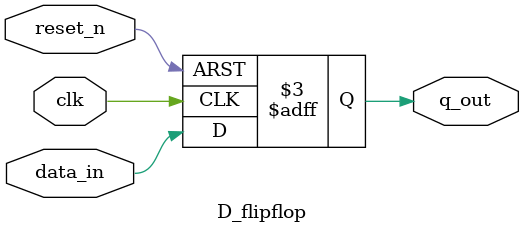
<source format=v>
module D_flipflop(
    input      data_in,
    input      clk,
    input      reset_n,
    output reg q_out
    );
    always @ (posedge clk , negedge reset_n)
    begin
        if(!reset_n) begin
            q_out <= 1'b0;
        end
        else begin
            q_out <= data_in;
        end
    end
endmodule

</source>
